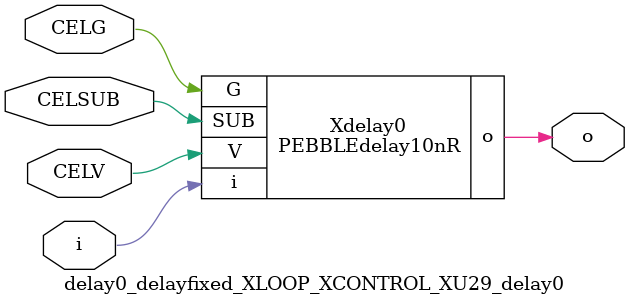
<source format=v>



module PEBBLEdelay10nR ( o, V, G, i, SUB );

  input V;
  input i;
  input G;
  output o;
  input SUB;
endmodule

//Celera Confidential Do Not Copy delay0_delayfixed_XLOOP_XCONTROL_XU29_delay0
//TYPE: fixed 10ns
module delay0_delayfixed_XLOOP_XCONTROL_XU29_delay0 (i, CELV, o,
CELG,CELSUB);
input CELV;
input i;
output o;
input CELSUB;
input CELG;

//Celera Confidential Do Not Copy delayfast0
PEBBLEdelay10nR Xdelay0(
.V (CELV),
.i (i),
.o (o),
.G (CELG),
.SUB (CELSUB)
);
//,diesize,PEBBLEdelay10nR

//Celera Confidential Do Not Copy Module End
//Celera Schematic Generator
endmodule

</source>
